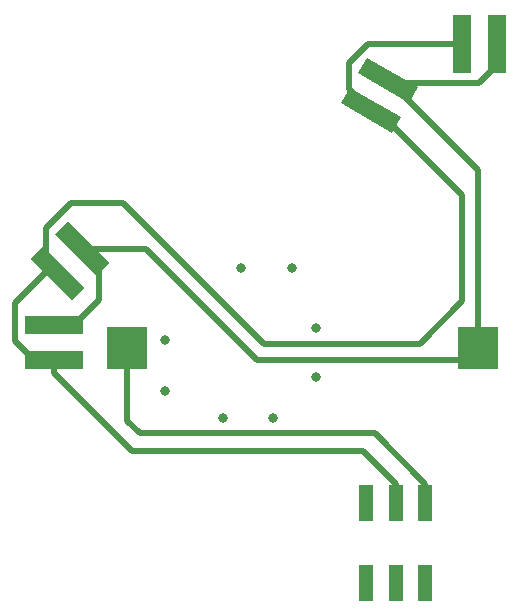
<source format=gbl>
G04 #@! TF.GenerationSoftware,KiCad,Pcbnew,7.0.2.1-36-g582732918d-dirty-deb11*
G04 #@! TF.CreationDate,2024-01-19T22:58:33+00:00*
G04 #@! TF.ProjectId,unicorn_simple,756e6963-6f72-46e5-9f73-696d706c652e,rev?*
G04 #@! TF.SameCoordinates,Original*
G04 #@! TF.FileFunction,Copper,L2,Bot*
G04 #@! TF.FilePolarity,Positive*
%FSLAX46Y46*%
G04 Gerber Fmt 4.6, Leading zero omitted, Abs format (unit mm)*
G04 Created by KiCad (PCBNEW 7.0.2.1-36-g582732918d-dirty-deb11) date 2024-01-19 22:58:33*
%MOMM*%
%LPD*%
G01*
G04 APERTURE LIST*
G04 #@! TA.AperFunction,SMDPad,CuDef*
%ADD10R,5.000000X1.524000*%
G04 #@! TD*
G04 #@! TA.AperFunction,SMDPad,CuDef*
%ADD11R,1.524000X5.000000*%
G04 #@! TD*
G04 #@! TA.AperFunction,SMDPad,CuDef*
%ADD12R,3.350000X3.600000*%
G04 #@! TD*
G04 #@! TA.AperFunction,SMDPad,CuDef*
%ADD13R,1.300000X3.150000*%
G04 #@! TD*
G04 #@! TA.AperFunction,ViaPad*
%ADD14C,0.800000*%
G04 #@! TD*
G04 #@! TA.AperFunction,Conductor*
%ADD15C,0.500000*%
G04 #@! TD*
G04 APERTURE END LIST*
D10*
X173750000Y-91900000D03*
X173750000Y-94840000D03*
D11*
X211300000Y-68150000D03*
X208360000Y-68150000D03*
G04 #@! TA.AperFunction,SMDPad,CuDef*
G36*
X200295840Y-69266051D02*
G01*
X204625968Y-71766051D01*
X203863968Y-73085873D01*
X199533840Y-70585873D01*
X200295840Y-69266051D01*
G37*
G04 #@! TD.AperFunction*
G04 #@! TA.AperFunction,SMDPad,CuDef*
G36*
X198825840Y-71812166D02*
G01*
X203155968Y-74312166D01*
X202393968Y-75631988D01*
X198063840Y-73131988D01*
X198825840Y-71812166D01*
G37*
G04 #@! TD.AperFunction*
G04 #@! TA.AperFunction,SMDPad,CuDef*
G36*
X174937774Y-83138824D02*
G01*
X178473308Y-86674358D01*
X177395678Y-87751988D01*
X173860144Y-84216454D01*
X174937774Y-83138824D01*
G37*
G04 #@! TD.AperFunction*
G04 #@! TA.AperFunction,SMDPad,CuDef*
G36*
X172858880Y-85217718D02*
G01*
X176394414Y-88753252D01*
X175316784Y-89830882D01*
X171781250Y-86295348D01*
X172858880Y-85217718D01*
G37*
G04 #@! TD.AperFunction*
D12*
X179983500Y-93853000D03*
X209658500Y-93853000D03*
D13*
X205210000Y-106980000D03*
X202710000Y-106980000D03*
X200210000Y-106980000D03*
X205210000Y-113730000D03*
X202710000Y-113730000D03*
X200210000Y-113730000D03*
D14*
X193900000Y-87080000D03*
X183210000Y-93190000D03*
X192300000Y-99820000D03*
X183210000Y-97530000D03*
X189570000Y-87080000D03*
X195960000Y-92160000D03*
X188100000Y-99810000D03*
X195960000Y-96340000D03*
D15*
X205210000Y-106980000D02*
X205210000Y-105335000D01*
X205210000Y-105335000D02*
X200965499Y-101090499D01*
X200965499Y-101090499D02*
X181060499Y-101090499D01*
X181060499Y-101090499D02*
X179983500Y-100013500D01*
X179983500Y-100013500D02*
X179983500Y-93853000D01*
X177610000Y-89778000D02*
X177610000Y-86888680D01*
X191000000Y-94870000D02*
X208641500Y-94870000D01*
X209658500Y-78754558D02*
X202079904Y-71175962D01*
X211300000Y-69888000D02*
X211300000Y-68150000D01*
X202079904Y-71175962D02*
X202303942Y-71400000D01*
X177610000Y-86888680D02*
X176166726Y-85445406D01*
X181575406Y-85445406D02*
X191000000Y-94870000D01*
X209788000Y-71400000D02*
X211300000Y-69888000D01*
X173750000Y-91900000D02*
X175488000Y-91900000D01*
X208641500Y-94870000D02*
X209658500Y-93853000D01*
X175488000Y-91900000D02*
X177610000Y-89778000D01*
X209658500Y-93853000D02*
X209658500Y-78754558D01*
X176166726Y-85445406D02*
X181575406Y-85445406D01*
X202303942Y-71400000D02*
X209788000Y-71400000D01*
X173110144Y-83689856D02*
X175250000Y-81550000D01*
X199975000Y-102600000D02*
X180400000Y-102600000D01*
X202710000Y-105335000D02*
X199975000Y-102600000D01*
X174087832Y-87524300D02*
X173110144Y-86546612D01*
X201142077Y-73722077D02*
X200609904Y-73722077D01*
X208320000Y-80900000D02*
X201142077Y-73722077D01*
X172110000Y-94840000D02*
X173750000Y-94840000D01*
X202710000Y-106980000D02*
X202710000Y-105335000D01*
X175250000Y-81550000D02*
X179650000Y-81550000D01*
X173750000Y-95950000D02*
X173750000Y-94840000D01*
X170500000Y-90034502D02*
X170500000Y-93230000D01*
X174087832Y-87524300D02*
X173010202Y-87524300D01*
X198783840Y-69717391D02*
X200351231Y-68150000D01*
X204730000Y-93490000D02*
X208320000Y-89900000D01*
X170500000Y-93230000D02*
X172110000Y-94840000D01*
X198783840Y-71896013D02*
X198783840Y-69717391D01*
X208320000Y-89900000D02*
X208320000Y-80900000D01*
X173010202Y-87524300D02*
X170500000Y-90034502D01*
X200351231Y-68150000D02*
X208360000Y-68150000D01*
X180400000Y-102600000D02*
X173750000Y-95950000D01*
X173110144Y-86546612D02*
X173110144Y-83689856D01*
X179650000Y-81550000D02*
X191590000Y-93490000D01*
X200609904Y-73722077D02*
X198783840Y-71896013D01*
X191590000Y-93490000D02*
X204730000Y-93490000D01*
M02*

</source>
